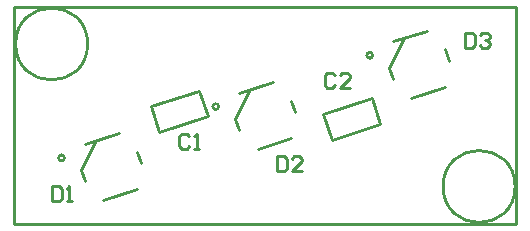
<source format=gto>
%FSLAX25Y25*%
%MOIN*%
G70*
G01*
G75*
G04 Layer_Color=65535*
%ADD10P,0.08352X4X243.0*%
G04:AMPARAMS|DCode=11|XSize=80mil|YSize=50mil|CornerRadius=0mil|HoleSize=0mil|Usage=FLASHONLY|Rotation=288.000|XOffset=0mil|YOffset=0mil|HoleType=Round|Shape=Rectangle|*
%AMROTATEDRECTD11*
4,1,4,-0.03614,0.03032,0.01142,0.04577,0.03614,-0.03032,-0.01142,-0.04577,-0.03614,0.03032,0.0*
%
%ADD11ROTATEDRECTD11*%

%ADD12C,0.02500*%
%ADD13C,0.05000*%
%ADD14C,0.00100*%
%ADD15C,0.16500*%
%ADD16C,0.04000*%
%ADD17R,0.17716X0.12205*%
%ADD18C,0.01000*%
D14*
X300000Y400000D02*
Y472400D01*
X467300D01*
Y400000D02*
Y472400D01*
X300000Y400000D02*
X467300D01*
D18*
X467000Y412500D02*
G03*
X467000Y412500I-12000J0D01*
G01*
X324500Y460000D02*
G03*
X324500Y460000I-12000J0D01*
G01*
X419510Y456226D02*
G03*
X419510Y456226I-984J0D01*
G01*
X368210Y439126D02*
G03*
X368210Y439126I-984J0D01*
G01*
X316810Y422026D02*
G03*
X316810Y422026I-984J0D01*
G01*
X300000Y400000D02*
Y472400D01*
X467300D01*
Y400000D02*
Y472400D01*
X425031Y452131D02*
X430086Y462052D01*
X432425Y442114D02*
X443658Y445764D01*
X426342Y460836D02*
X437575Y464486D01*
X443752Y458214D02*
X444969Y454469D01*
X425031Y452131D02*
X426248Y448386D01*
X419204Y441926D02*
X421994Y433337D01*
X405796Y428074D02*
X421994Y433337D01*
X403006Y436663D02*
X405796Y428074D01*
X403006Y436663D02*
X419204Y441926D01*
X373731Y435031D02*
X378786Y444952D01*
X381125Y425014D02*
X392358Y428664D01*
X375042Y443736D02*
X386275Y447386D01*
X392453Y441114D02*
X393669Y437369D01*
X373731Y435031D02*
X374948Y431286D01*
X361703Y444426D02*
X364494Y435837D01*
X348296Y430574D02*
X364494Y435837D01*
X345506Y439163D02*
X348296Y430574D01*
X345506Y439163D02*
X361703Y444426D01*
X322331Y417931D02*
X327386Y427852D01*
X329725Y407914D02*
X340958Y411564D01*
X323642Y426636D02*
X334875Y430286D01*
X341053Y424014D02*
X342269Y420269D01*
X322331Y417931D02*
X323548Y414186D01*
X300000Y400000D02*
X467300D01*
X358332Y429165D02*
X357499Y429998D01*
X355833D01*
X355000Y429165D01*
Y425833D01*
X355833Y425000D01*
X357499D01*
X358332Y425833D01*
X359998Y425000D02*
X361665D01*
X360831D01*
Y429998D01*
X359998Y429165D01*
X406832Y449565D02*
X405999Y450398D01*
X404333D01*
X403500Y449565D01*
Y446233D01*
X404333Y445400D01*
X405999D01*
X406832Y446233D01*
X411831Y445400D02*
X408498D01*
X411831Y448732D01*
Y449565D01*
X410998Y450398D01*
X409331D01*
X408498Y449565D01*
X312500Y412498D02*
Y407500D01*
X314999D01*
X315832Y408333D01*
Y411665D01*
X314999Y412498D01*
X312500D01*
X317498Y407500D02*
X319164D01*
X318331D01*
Y412498D01*
X317498Y411665D01*
X387500Y422498D02*
Y417500D01*
X389999D01*
X390832Y418333D01*
Y421665D01*
X389999Y422498D01*
X387500D01*
X395831Y417500D02*
X392498D01*
X395831Y420832D01*
Y421665D01*
X394998Y422498D01*
X393331D01*
X392498Y421665D01*
X450176Y463689D02*
Y458690D01*
X452675D01*
X453508Y459523D01*
Y462856D01*
X452675Y463689D01*
X450176D01*
X455174Y462856D02*
X456007Y463689D01*
X457673D01*
X458506Y462856D01*
Y462023D01*
X457673Y461190D01*
X456840D01*
X457673D01*
X458506Y460356D01*
Y459523D01*
X457673Y458690D01*
X456007D01*
X455174Y459523D01*
M02*

</source>
